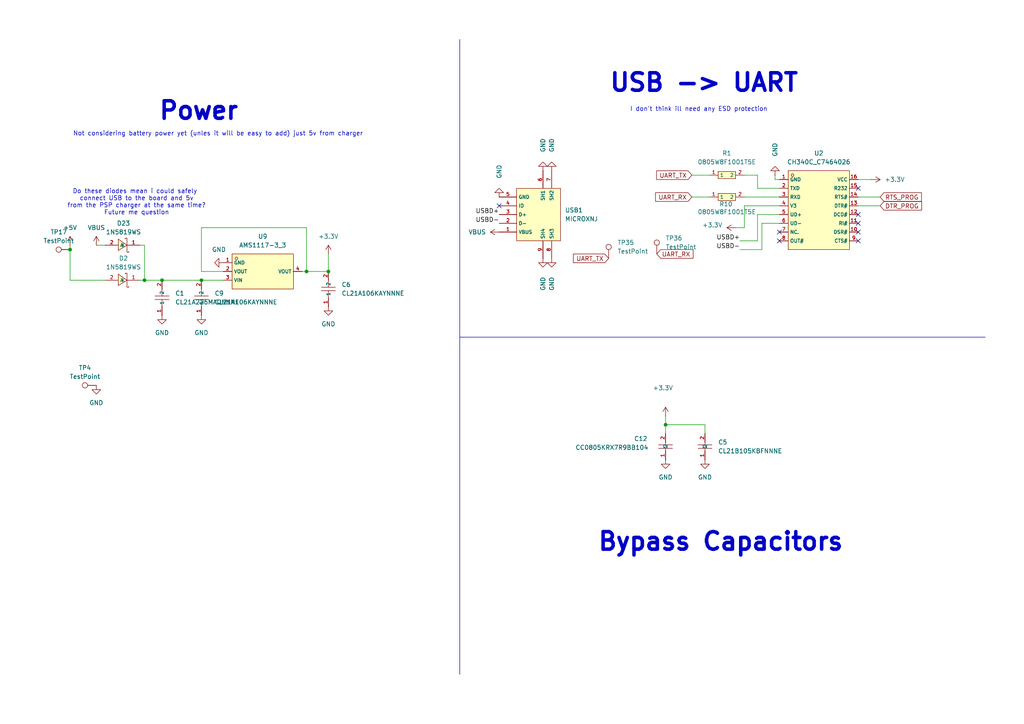
<source format=kicad_sch>
(kicad_sch (version 20231120) (generator "eeschema") (generator_version "8.0")
  (paper "A4")
  (title_block (title "PSP-Bluetooth") (date "2024-07-25") (rev "0.1") (comment 2 "https://github.com/ste2425/PSP-Bluetooth") (comment 4 "UNDER REVIEW - SUBJECT TO CHANGE"))
  (lib_symbols
    (symbol "Connector:TestPoint" (pin_numbers hide) (pin_names (offset 0.762) hide)
      (property "Reference" "TP" (at 0 6.858 0))
      (property "Value" "TestPoint" (at 0 5.08 0))
      (symbol "TestPoint_0_1"
        (circle (center 0 3.302) (radius 0.762))
      )
      (symbol "TestPoint_1_1"
        (pin passive line (at 0 0 90) (length 2.54) (name "1") (number "1"))
      )
    )
    (symbol "JLCPCB_schematic:0805W8F1001T5E"
      (property "Reference" "R" (at 0 1.27 0))
      (property "Value" "0805W8F1001T5E" (at 0 -2.54 0))
      (symbol "0805W8F1001T5E_0_1"
        (rectangle (start -2.54 1.016) (end 2.54 -1.016) (fill (type background)))
        (pin input line (at -5.08 0 0) (length 2.54) (name "1") (number "1"))
        (pin input line (at 5.08 0 180) (length 2.54) (name "2") (number "2"))
      )
    )
    (symbol "JLCPCB_schematic:1N5819WS"
      (property "Reference" "D" (at 0 1.27 0))
      (property "Value" "1N5819WS" (at 0 -2.54 0))
      (symbol "1N5819WS_0_1"
        (polyline (pts (xy -1.27 0) (xy -1.27 -2.032) (xy -0.762 -2.032) (xy -0.762 -1.778)))
        (polyline (pts (xy -1.27 0) (xy -1.27 2.032) (xy -1.778 2.032) (xy -1.778 1.778)))
        (polyline (pts (xy 1.27 1.524) (xy -1.27 0) (xy 1.27 -1.778) (xy 1.27 1.524)) (fill (type background)))
        (pin unspecified line (at -5.08 0 0) (length 3.81) (name "K") (number "1"))
        (pin unspecified line (at 5.08 0 180) (length 3.81) (name "A") (number "2"))
      )
    )
    (symbol "JLCPCB_schematic:AMS1117-3_3"
      (property "Reference" "U" (at 0 1.27 0))
      (property "Value" "AMS1117-3_3" (at 0 -2.54 0))
      (symbol "AMS1117-3_3_0_1"
        (rectangle (start -8.89 5.08) (end 8.89 -5.08) (fill (type background)))
        (circle (center -7.62 3.81) (radius 0.381) (fill (type background)))
        (pin unspecified line (at -11.43 2.54 0) (length 2.54) (name "GND") (number "1"))
        (pin unspecified line (at -11.43 0 0) (length 2.54) (name "VOUT") (number "2"))
        (pin unspecified line (at -11.43 -2.54 0) (length 2.54) (name "VIN") (number "3"))
        (pin unspecified line (at 11.43 0 180) (length 2.54) (name "VOUT") (number "4"))
      )
    )
    (symbol "JLCPCB_schematic:CC0805KRX7R9BB104"
      (property "Reference" "C" (at 0 1.27 0))
      (property "Value" "CC0805KRX7R9BB104" (at 0 -2.54 0))
      (symbol "CC0805KRX7R9BB104_0_1"
        (polyline (pts (xy -1.27 0) (xy -0.508 0)))
        (polyline (pts (xy -0.508 2.032) (xy -0.508 -2.032)))
        (polyline (pts (xy 0.508 0) (xy 1.27 0)))
        (polyline (pts (xy 0.508 2.032) (xy 0.508 -2.032)))
        (pin input line (at -3.81 0 0) (length 2.54) (name "1") (number "1"))
        (pin input line (at 3.81 0 180) (length 2.54) (name "2") (number "2"))
      )
    )
    (symbol "JLCPCB_schematic:CH340C_C7464026"
      (property "Reference" "U" (at 0 1.27 0))
      (property "Value" "CH340C_C7464026" (at 0 -2.54 0))
      (symbol "CH340C_C7464026_0_1"
        (rectangle (start -8.89 11.43) (end 8.89 -11.43) (fill (type background)))
        (circle (center -7.62 10.16) (radius 0.381) (fill (type background)))
        (pin unspecified line (at -11.43 8.89 0) (length 2.54) (name "GND") (number "1"))
        (pin unspecified line (at 11.43 -6.35 180) (length 2.54) (name "DSR#") (number "10"))
        (pin unspecified line (at 11.43 -3.81 180) (length 2.54) (name "RI#") (number "11"))
        (pin unspecified line (at 11.43 -1.27 180) (length 2.54) (name "DCD#") (number "12"))
        (pin unspecified line (at 11.43 1.27 180) (length 2.54) (name "DTR#") (number "13"))
        (pin unspecified line (at 11.43 3.81 180) (length 2.54) (name "RTS#") (number "14"))
        (pin unspecified line (at 11.43 6.35 180) (length 2.54) (name "R232") (number "15"))
        (pin unspecified line (at 11.43 8.89 180) (length 2.54) (name "VCC") (number "16"))
        (pin unspecified line (at -11.43 6.35 0) (length 2.54) (name "TXD") (number "2"))
        (pin unspecified line (at -11.43 3.81 0) (length 2.54) (name "RXD") (number "3"))
        (pin unspecified line (at -11.43 1.27 0) (length 2.54) (name "V3") (number "4"))
        (pin unspecified line (at -11.43 -1.27 0) (length 2.54) (name "UD+") (number "5"))
        (pin unspecified line (at -11.43 -3.81 0) (length 2.54) (name "UD-") (number "6"))
        (pin unspecified line (at -11.43 -6.35 0) (length 2.54) (name "NC.") (number "7"))
        (pin unspecified line (at -11.43 -8.89 0) (length 2.54) (name "OUT#") (number "8"))
        (pin unspecified line (at 11.43 -8.89 180) (length 2.54) (name "CTS#") (number "9"))
      )
    )
    (symbol "JLCPCB_schematic:CL21A106KAYNNNE"
      (property "Reference" "C" (at 0 1.27 0))
      (property "Value" "CL21A106KAYNNNE" (at 0 -2.54 0))
      (symbol "CL21A106KAYNNNE_0_1"
        (polyline (pts (xy -0.508 -2.032) (xy -0.508 2.032)))
        (polyline (pts (xy -0.508 0) (xy -2.54 0)))
        (polyline (pts (xy 0.508 2.032) (xy 0.508 -2.032)))
        (polyline (pts (xy 2.54 0) (xy 0.508 0)))
        (pin unspecified line (at -5.08 0 0) (length 2.54) (name "1") (number "1"))
        (pin unspecified line (at 5.08 0 180) (length 2.54) (name "2") (number "2"))
      )
    )
    (symbol "JLCPCB_schematic:CL21A226MAQNNNE"
      (property "Reference" "C" (at 0 1.27 0))
      (property "Value" "CL21A226MAQNNNE" (at 0 -2.54 0))
      (symbol "CL21A226MAQNNNE_0_1"
        (polyline (pts (xy -0.508 -2.032) (xy -0.508 2.032)))
        (polyline (pts (xy -0.508 0) (xy -2.54 0)))
        (polyline (pts (xy 0.508 2.032) (xy 0.508 -2.032)))
        (polyline (pts (xy 2.54 0) (xy 0.508 0)))
        (pin unspecified line (at -5.08 0 0) (length 2.54) (name "1") (number "1"))
        (pin unspecified line (at 5.08 0 180) (length 2.54) (name "2") (number "2"))
      )
    )
    (symbol "JLCPCB_schematic:CL21B105KBFNNNE"
      (property "Reference" "C" (at 0 1.27 0))
      (property "Value" "CL21B105KBFNNNE" (at 0 -2.54 0))
      (symbol "CL21B105KBFNNNE_0_1"
        (polyline (pts (xy -1.27 0) (xy -0.508 0)))
        (polyline (pts (xy -0.508 2.032) (xy -0.508 -2.032)))
        (polyline (pts (xy 0.508 0) (xy 1.27 0)))
        (polyline (pts (xy 0.508 2.032) (xy 0.508 -2.032)))
        (pin input line (at -3.81 0 0) (length 2.54) (name "1") (number "1"))
        (pin input line (at 3.81 0 180) (length 2.54) (name "2") (number "2"))
      )
    )
    (symbol "JLCPCB_schematic:MICROXNJ"
      (property "Reference" "USB" (at 0 1.27 0))
      (property "Value" "MICROXNJ" (at 0 -2.54 0))
      (symbol "MICROXNJ_0_1"
        (rectangle (start -5.08 7.62) (end 7.62 -7.62) (fill (type background)))
        (pin unspecified line (at -10.16 -5.08 0) (length 5.08) (name "VBUS") (number "1"))
        (pin unspecified line (at -10.16 -2.54 0) (length 5.08) (name "D-") (number "2"))
        (pin unspecified line (at -10.16 0 0) (length 5.08) (name "D+") (number "3"))
        (pin unspecified line (at -10.16 2.54 0) (length 5.08) (name "ID") (number "4"))
        (pin unspecified line (at -10.16 5.08 0) (length 5.08) (name "GND") (number "5"))
        (pin unspecified line (at 2.54 12.7 270) (length 5.08) (name "SH1") (number "6"))
        (pin unspecified line (at 5.08 12.7 270) (length 5.08) (name "SH2") (number "7"))
        (pin unspecified line (at 5.08 -12.7 90) (length 5.08) (name "SH3") (number "8"))
        (pin unspecified line (at 2.54 -12.7 90) (length 5.08) (name "SH4") (number "9"))
      )
    )
    (symbol "power:+3.3V" (power) (pin_numbers hide) (pin_names (offset 0) hide)
      (property "Value" "+3.3V" (at 0 3.556 0))
      (symbol "+3.3V_0_1"
        (polyline (pts (xy -0.762 1.27) (xy 0 2.54)))
        (polyline (pts (xy 0 0) (xy 0 2.54)))
        (polyline (pts (xy 0 2.54) (xy 0.762 1.27)))
      )
      (symbol "+3.3V_1_1"
        (pin power_in line (at 0 0 90) (length 0) (name "~") (number "1"))
      )
    )
    (symbol "power:+5V" (power) (pin_numbers hide) (pin_names (offset 0) hide)
      (property "Value" "+5V" (at 0 3.556 0))
      (symbol "+5V_0_1"
        (polyline (pts (xy -0.762 1.27) (xy 0 2.54)))
        (polyline (pts (xy 0 0) (xy 0 2.54)))
        (polyline (pts (xy 0 2.54) (xy 0.762 1.27)))
      )
      (symbol "+5V_1_1"
        (pin power_in line (at 0 0 90) (length 0) (name "~") (number "1"))
      )
    )
    (symbol "power:GND" (power) (pin_numbers hide) (pin_names (offset 0) hide)
      (property "Value" "GND" (at 0 -3.81 0))
      (symbol "GND_0_1"
        (polyline (pts (xy 0 0) (xy 0 -1.27) (xy 1.27 -1.27) (xy 0 -2.54) (xy -1.27 -1.27) (xy 0 -1.27)))
      )
      (symbol "GND_1_1"
        (pin power_in line (at 0 0 270) (length 0) (name "~") (number "1"))
      )
    )
    (symbol "power:VBUS" (power) (pin_numbers hide) (pin_names (offset 0) hide)
      (property "Value" "VBUS" (at 0 3.556 0))
      (symbol "VBUS_0_1"
        (polyline (pts (xy -0.762 1.27) (xy 0 2.54)))
        (polyline (pts (xy 0 0) (xy 0 2.54)))
        (polyline (pts (xy 0 2.54) (xy 0.762 1.27)))
      )
      (symbol "VBUS_1_1"
        (pin power_in line (at 0 0 90) (length 0) (name "~") (number "1"))
      )
    )
  )
  (junction (at 46.99 81.28))
  (junction (at 95.25 78.74))
  (junction (at 88.9 78.74))
  (junction (at 41.91 81.28))
  (junction (at 58.42 81.28))
  (junction (at 20.32 72.39))
  (junction (at 193.04 123.19))
  (no_connect (at 226.06 69.85))
  (no_connect (at 144.78 59.69))
  (no_connect (at 226.06 67.31))
  (no_connect (at 248.92 67.31))
  (no_connect (at 248.92 62.23))
  (no_connect (at 248.92 64.77))
  (no_connect (at 248.92 69.85))
  (no_connect (at 248.92 54.61))
  (wire (pts (xy 220.98 64.77) (xy 226.06 64.77)))
  (wire (pts (xy 200.66 57.15) (xy 205.74 57.15)))
  (wire (pts (xy 214.63 72.39) (xy 220.98 72.39)))
  (wire (pts (xy 215.9 59.69) (xy 226.06 59.69)))
  (wire (pts (xy 248.92 59.69) (xy 255.27 59.69)))
  (wire (pts (xy 219.71 69.85) (xy 219.71 62.23)))
  (wire (pts (xy 214.63 69.85) (xy 219.71 69.85)))
  (wire (pts (xy 200.66 50.8) (xy 205.74 50.8)))
  (wire (pts (xy 41.91 71.12) (xy 41.91 81.28)))
  (polyline (pts (xy 133.35 97.79) (xy 285.75 97.79)))
  (wire (pts (xy 41.91 81.28) (xy 46.99 81.28)))
  (wire (pts (xy 27.94 71.12) (xy 30.48 71.12)))
  (wire (pts (xy 58.42 78.74) (xy 58.42 66.04)))
  (wire (pts (xy 46.99 81.28) (xy 58.42 81.28)))
  (wire (pts (xy 215.9 57.15) (xy 226.06 57.15)))
  (wire (pts (xy 204.47 125.73) (xy 204.47 123.19)))
  (wire (pts (xy 193.04 120.65) (xy 193.04 123.19)))
  (wire (pts (xy 248.92 52.07) (xy 252.73 52.07)))
  (wire (pts (xy 219.71 62.23) (xy 226.06 62.23)))
  (wire (pts (xy 219.71 54.61) (xy 226.06 54.61)))
  (wire (pts (xy 248.92 57.15) (xy 255.27 57.15)))
  (wire (pts (xy 219.71 50.8) (xy 219.71 54.61)))
  (wire (pts (xy 20.32 81.28) (xy 30.48 81.28)))
  (wire (pts (xy 88.9 66.04) (xy 88.9 78.74)))
  (wire (pts (xy 88.9 78.74) (xy 95.25 78.74)))
  (wire (pts (xy 58.42 81.28) (xy 64.77 81.28)))
  (wire (pts (xy 213.36 66.04) (xy 215.9 66.04)))
  (wire (pts (xy 40.64 71.12) (xy 41.91 71.12)))
  (wire (pts (xy 224.79 52.07) (xy 226.06 52.07)))
  (polyline (pts (xy 133.35 11.43) (xy 133.35 195.58)))
  (wire (pts (xy 95.25 73.66) (xy 95.25 78.74)))
  (wire (pts (xy 40.64 81.28) (xy 41.91 81.28)))
  (wire (pts (xy 58.42 66.04) (xy 88.9 66.04)))
  (wire (pts (xy 215.9 66.04) (xy 215.9 59.69)))
  (wire (pts (xy 204.47 123.19) (xy 193.04 123.19)))
  (wire (pts (xy 64.77 78.74) (xy 58.42 78.74)))
  (wire (pts (xy 193.04 123.19) (xy 193.04 125.73)))
  (wire (pts (xy 215.9 50.8) (xy 219.71 50.8)))
  (wire (pts (xy 224.79 50.8) (xy 224.79 52.07)))
  (wire (pts (xy 20.32 72.39) (xy 20.32 81.28)))
  (wire (pts (xy 20.32 71.12) (xy 20.32 72.39)))
  (wire (pts (xy 220.98 72.39) (xy 220.98 64.77)))
  (wire (pts (xy 87.63 78.74) (xy 88.9 78.74)))
  (text "Bypass Capacitors" (at 209.042 157.226 0) (effects (font (size 5.08 5.08) (bold yes))))
  (text "Power" (at 57.658 32.258 0) (effects (font (size 5.08 5.08) (bold yes))))
  (text "Not considering battery power yet (unles it will be easy to add) just 5v from charger" (at 63.246 38.862 0) (effects (font (size 1.27 1.27))))
  (text "Do these diodes mean i could safely \nconnect USB to the board and 5v\nfrom the PSP charger at the same time?\nFuture me question" (at 39.624 58.674 0) (effects (font (size 1.27 1.27))))
  (text "I don't think ill need any ESD protection" (at 202.692 31.75 0) (effects (font (size 1.27 1.27))))
  (text "USB -> UART" (at 204.216 24.13 0) (effects (font (size 5.08 5.08) (bold yes))))
  (label "USBD+" (at 214.63 69.85 180))
  (label "USBD+" (at 144.78 62.23 180))
  (label "USBD-" (at 144.78 64.77 180))
  (label "USBD-" (at 214.63 72.39 180))
  (global_label "UART_RX" (shape input) (at 200.66 57.15 180) (property "Intersheetrefs" "${INTERSHEET_REFS}" (effects (hide yes))))
  (global_label "RTS_PROG" (shape input) (at 255.27 57.15 0) (property "Intersheetrefs" "${INTERSHEET_REFS}" (effects (hide yes))))
  (global_label "DTR_PROG" (shape input) (at 255.27 59.69 0) (property "Intersheetrefs" "${INTERSHEET_REFS}" (effects (hide yes))))
  (global_label "UART_TX" (shape input) (at 200.66 50.8 180) (property "Intersheetrefs" "${INTERSHEET_REFS}" (effects (hide yes))))
  (global_label "UART_RX" (shape input) (at 190.5 73.66 0) (property "Intersheetrefs" "${INTERSHEET_REFS}" (effects (hide yes))))
  (global_label "UART_TX" (shape input) (at 176.53 74.93 180) (property "Intersheetrefs" "${INTERSHEET_REFS}" (effects (hide yes))))
  (symbol (lib_id "power:GND") (at 144.78 57.15 180) (unit 1)
    (property "Reference" "#PWR013" (effects (hide yes)))
    (property "Value" "GND" (at 144.78 51.816 90) (effects (justify right)))
    (property "Description" "Power symbol creates a global label with name \"GND\" , ground" (effects (hide yes)))
  )
  (symbol (lib_id "power:GND") (at 160.02 74.93 0) (unit 1)
    (property "Reference" "#PWR032" (effects (hide yes)))
    (property "Value" "GND" (at 160.02 80.264 90) (effects (justify right)))
    (property "Description" "Power symbol creates a global label with name \"GND\" , ground" (effects (hide yes)))
  )
  (symbol (lib_id "Connector:TestPoint") (at 20.32 72.39 90) (unit 1)
    (property "Reference" "TP17" (at 17.018 67.31 90))
    (property "Value" "TestPoint" (at 17.018 69.85 90))
    (property "Footprint" "TestPoint:TestPoint_Pad_2.0x2.0mm" (effects (hide yes)))
    (property "Description" "test point" (effects (hide yes)))
  )
  (symbol (lib_id "Connector:TestPoint") (at 27.94 111.76 90) (unit 1)
    (property "Reference" "TP4" (at 24.638 106.68 90))
    (property "Value" "TestPoint" (at 24.638 109.22 90))
    (property "Footprint" "TestPoint:TestPoint_Pad_2.0x2.0mm" (effects (hide yes)))
    (property "Description" "test point" (effects (hide yes)))
  )
  (symbol (lib_id "JLCPCB_schematic:0805W8F1001T5E") (at 210.82 50.8 0) (unit 1)
    (property "Reference" "R1" (at 210.82 44.45 0))
    (property "Value" "0805W8F1001T5E" (at 210.82 46.99 0))
    (property "Footprint" "JLCPCB_footprint:R0805" (effects (hide yes)))
    (property "Datasheet" "https://item.szlcsc.com/142685.html" (effects (hide yes)))
    (property "Description" "1K" (effects (hide yes)))
    (property "LCSC" "C17513" (effects (hide yes)))
  )
  (symbol (lib_id "JLCPCB_schematic:1N5819WS") (at 35.56 71.12 180) (unit 1)
    (property "Reference" "D23" (at 35.814 64.77 0))
    (property "Value" "1N5819WS" (at 35.814 67.31 0))
    (property "Footprint" "JLCPCB_footprint:SOD-323_L1.8-W1.3-LS2.5-RD" (effects (hide yes)))
    (property "Datasheet" "https://item.szlcsc.com/295156.html" (effects (hide yes)))
    (property "Description" "shotkey diode" (effects (hide yes)))
    (property "LCSC" "C191023" (effects (hide yes)))
  )
  (symbol (lib_id "JLCPCB_schematic:CL21A226MAQNNNE") (at 46.99 86.36 90) (unit 1)
    (property "Reference" "C1" (at 50.8 85.0899 90) (effects (justify right)))
    (property "Value" "CL21A226MAQNNNE" (at 50.8 87.6299 90) (effects (justify right)))
    (property "Footprint" "JLCPCB_footprint:C0805" (effects (hide yes)))
    (property "Datasheet" "https://item.szlcsc.com/373011.html" (effects (hide yes)))
    (property "Description" "22uF" (effects (hide yes)))
    (property "LCSC" "C45783" (effects (hide yes)))
  )
  (symbol (lib_id "power:GND") (at 64.77 76.2 270) (unit 1)
    (property "Reference" "#PWR016" (effects (hide yes)))
    (property "Value" "GND" (at 63.5 72.39 90))
    (property "Description" "Power symbol creates a global label with name \"GND\" , ground" (effects (hide yes)))
  )
  (symbol (lib_id "JLCPCB_schematic:CC0805KRX7R9BB104") (at 193.04 129.54 90) (unit 1)
    (property "Reference" "C12" (at 183.896 127.254 90) (effects (justify right)))
    (property "Value" "CC0805KRX7R9BB104" (at 166.878 129.794 90) (effects (justify right)))
    (property "Footprint" "JLCPCB_footprint:C0805" (effects (hide yes)))
    (property "Datasheet" "https://item.szlcsc.com/373011.html" (effects (hide yes)))
    (property "Description" ".1uF" (effects (hide yes)))
    (property "LCSC" "C49678" (effects (hide yes)))
  )
  (symbol (lib_id "power:GND") (at 27.94 111.76 0) (unit 1)
    (property "Reference" "#PWR042" (effects (hide yes)))
    (property "Value" "GND" (at 27.94 116.84 0))
    (property "Description" "Power symbol creates a global label with name \"GND\" , ground" (effects (hide yes)))
  )
  (symbol (lib_id "power:+3.3V") (at 252.73 52.07 270) (unit 1)
    (property "Reference" "#PWR02" (effects (hide yes)))
    (property "Value" "+3.3V" (at 256.54 52.0699 90) (effects (justify left)))
    (property "Description" "Power symbol creates a global label with name \"+3.3V\"" (effects (hide yes)))
  )
  (symbol (lib_id "JLCPCB_schematic:CL21A106KAYNNNE") (at 95.25 83.82 90) (unit 1)
    (property "Reference" "C6" (at 99.06 82.5499 90) (effects (justify right)))
    (property "Value" "CL21A106KAYNNNE" (at 99.06 85.0899 90) (effects (justify right)))
    (property "Footprint" "JLCPCB_footprint:C0805" (effects (hide yes)))
    (property "Datasheet" "https://item.szlcsc.com/373011.html" (effects (hide yes)))
    (property "Description" "10uF" (effects (hide yes)))
    (property "LCSC" "C15850" (effects (hide yes)))
  )
  (symbol (lib_id "power:GND") (at 204.47 133.35 0) (unit 1)
    (property "Reference" "#PWR023" (effects (hide yes)))
    (property "Value" "GND" (at 204.47 138.43 0))
    (property "Description" "Power symbol creates a global label with name \"GND\" , ground" (effects (hide yes)))
  )
  (symbol (lib_id "JLCPCB_schematic:0805W8F1001T5E") (at 210.82 57.15 0) (unit 1)
    (property "Reference" "R10" (at 210.566 59.182 0))
    (property "Value" "0805W8F1001T5E" (at 210.82 61.468 0))
    (property "Footprint" "JLCPCB_footprint:R0805" (effects (hide yes)))
    (property "Datasheet" "https://item.szlcsc.com/142685.html" (effects (hide yes)))
    (property "Description" "1K" (effects (hide yes)))
    (property "LCSC" "C17513" (effects (hide yes)))
  )
  (symbol (lib_id "power:+3.3V") (at 193.04 120.65 0) (unit 1)
    (property "Reference" "#PWR021" (effects (hide yes)))
    (property "Value" "+3.3V" (at 192.278 112.522 0))
    (property "Description" "Power symbol creates a global label with name \"+3.3V\"" (effects (hide yes)))
  )
  (symbol (lib_id "power:GND") (at 157.48 49.53 180) (unit 1)
    (property "Reference" "#PWR029" (effects (hide yes)))
    (property "Value" "GND" (at 157.48 44.196 90) (effects (justify right)))
    (property "Description" "Power symbol creates a global label with name \"GND\" , ground" (effects (hide yes)))
  )
  (symbol (lib_id "power:+3.3V") (at 213.36 66.04 90) (unit 1)
    (property "Reference" "#PWR011" (effects (hide yes)))
    (property "Value" "+3.3V" (at 209.55 65.278 90) (effects (justify left)))
    (property "Description" "Power symbol creates a global label with name \"+3.3V\"" (effects (hide yes)))
  )
  (symbol (lib_id "JLCPCB_schematic:CH340C_C7464026") (at 237.49 60.96 0) (unit 1)
    (property "Reference" "U2" (at 237.49 44.45 0))
    (property "Value" "CH340C_C7464026" (at 237.49 46.99 0))
    (property "Footprint" "JLCPCB_footprint:SOP-16_L10.0-W3.9-P1.27-LS6.0-BL" (effects (hide yes)))
    (property "Datasheet" "https://item.szlcsc.com/391677.html" (effects (hide yes)))
    (property "Description" "USB -> UART" (effects (hide yes)))
    (property "LCSC" "C7464026" (effects (hide yes)))
  )
  (symbol (lib_id "power:VBUS") (at 144.78 67.31 90) (unit 1)
    (property "Reference" "#PWR014" (effects (hide yes)))
    (property "Value" "VBUS" (at 140.97 67.3099 90) (effects (justify left)))
    (property "Description" "Power symbol creates a global label with name \"VBUS\"" (effects (hide yes)))
  )
  (symbol (lib_id "power:GND") (at 157.48 74.93 0) (unit 1)
    (property "Reference" "#PWR033" (effects (hide yes)))
    (property "Value" "GND" (at 157.48 80.264 90) (effects (justify right)))
    (property "Description" "Power symbol creates a global label with name \"GND\" , ground" (effects (hide yes)))
  )
  (symbol (lib_id "JLCPCB_schematic:CL21A106KAYNNNE") (at 58.42 86.36 90) (unit 1)
    (property "Reference" "C9" (at 62.23 85.0899 90) (effects (justify right)))
    (property "Value" "CL21A106KAYNNNE" (at 62.23 87.6299 90) (effects (justify right)))
    (property "Footprint" "JLCPCB_footprint:C0805" (effects (hide yes)))
    (property "Datasheet" "https://item.szlcsc.com/373011.html" (effects (hide yes)))
    (property "Description" "10uF" (effects (hide yes)))
    (property "LCSC" "C15850" (effects (hide yes)))
  )
  (symbol (lib_id "power:GND") (at 160.02 49.53 180) (unit 1)
    (property "Reference" "#PWR028" (effects (hide yes)))
    (property "Value" "GND" (at 160.02 44.196 90) (effects (justify right)))
    (property "Description" "Power symbol creates a global label with name \"GND\" , ground" (effects (hide yes)))
  )
  (symbol (lib_id "power:GND") (at 58.42 91.44 0) (unit 1)
    (property "Reference" "#PWR010" (effects (hide yes)))
    (property "Value" "GND" (at 58.42 96.52 0))
    (property "Description" "Power symbol creates a global label with name \"GND\" , ground" (effects (hide yes)))
  )
  (symbol (lib_id "JLCPCB_schematic:CL21B105KBFNNNE") (at 204.47 129.54 90) (unit 1)
    (property "Reference" "C5" (at 208.28 128.2699 90) (effects (justify right)))
    (property "Value" "CL21B105KBFNNNE" (at 208.28 130.8099 90) (effects (justify right)))
    (property "Footprint" "JLCPCB_footprint:C0805" (effects (hide yes)))
    (property "Datasheet" "https://item.szlcsc.com/373011.html" (effects (hide yes)))
    (property "Description" "1uF" (effects (hide yes)))
    (property "LCSC" "C28323" (effects (hide yes)))
  )
  (symbol (lib_id "power:GND") (at 224.79 50.8 180) (unit 1)
    (property "Reference" "#PWR01" (effects (hide yes)))
    (property "Value" "GND" (at 224.79 45.466 90) (effects (justify right)))
    (property "Description" "Power symbol creates a global label with name \"GND\" , ground" (effects (hide yes)))
  )
  (symbol (lib_id "power:GND") (at 193.04 133.35 0) (unit 1)
    (property "Reference" "#PWR022" (effects (hide yes)))
    (property "Value" "GND" (at 193.04 138.43 0))
    (property "Description" "Power symbol creates a global label with name \"GND\" , ground" (effects (hide yes)))
  )
  (symbol (lib_id "power:VBUS") (at 27.94 71.12 0) (unit 1)
    (property "Reference" "#PWR08" (effects (hide yes)))
    (property "Value" "VBUS" (at 27.94 66.04 0))
    (property "Description" "Power symbol creates a global label with name \"VBUS\"" (effects (hide yes)))
  )
  (symbol (lib_id "power:+3.3V") (at 95.25 73.66 0) (unit 1)
    (property "Reference" "#PWR017" (effects (hide yes)))
    (property "Value" "+3.3V" (at 95.25 68.58 0))
    (property "Description" "Power symbol creates a global label with name \"+3.3V\"" (effects (hide yes)))
  )
  (symbol (lib_id "JLCPCB_schematic:MICROXNJ") (at 154.94 62.23 0) (unit 1)
    (property "Reference" "USB1" (at 163.83 60.9599 0) (effects (justify left)))
    (property "Value" "MICROXNJ" (at 163.83 63.4999 0) (effects (justify left)))
    (property "Footprint" "JLCPCB_footprint:MICRO-USB-SMD_MICROXNJ" (effects (hide yes)))
    (property "Datasheet" "https://item.szlcsc.com/392534.html" (effects (hide yes)))
    (property "Description" "micro usb" (effects (hide yes)))
    (property "LCSC" "C404969" (effects (hide yes)))
  )
  (symbol (lib_id "Connector:TestPoint") (at 176.53 74.93 0) (unit 1)
    (property "Reference" "TP35" (at 179.07 70.3579 0) (effects (justify left)))
    (property "Value" "TestPoint" (at 179.07 72.8979 0) (effects (justify left)))
    (property "Footprint" "TestPoint:TestPoint_Pad_1.5x1.5mm" (effects (hide yes)))
    (property "Description" "test point" (effects (hide yes)))
  )
  (symbol (lib_id "power:GND") (at 46.99 91.44 0) (unit 1)
    (property "Reference" "#PWR09" (effects (hide yes)))
    (property "Value" "GND" (at 46.99 96.52 0))
    (property "Description" "Power symbol creates a global label with name \"GND\" , ground" (effects (hide yes)))
  )
  (symbol (lib_id "Connector:TestPoint") (at 190.5 73.66 0) (unit 1)
    (property "Reference" "TP36" (at 193.04 69.0879 0) (effects (justify left)))
    (property "Value" "TestPoint" (at 193.04 71.6279 0) (effects (justify left)))
    (property "Footprint" "TestPoint:TestPoint_Pad_1.5x1.5mm" (effects (hide yes)))
    (property "Description" "test point" (effects (hide yes)))
  )
  (symbol (lib_id "power:GND") (at 95.25 88.9 0) (unit 1)
    (property "Reference" "#PWR018" (effects (hide yes)))
    (property "Value" "GND" (at 95.25 93.98 0))
    (property "Description" "Power symbol creates a global label with name \"GND\" , ground" (effects (hide yes)))
  )
  (symbol (lib_id "JLCPCB_schematic:AMS1117-3_3") (at 76.2 78.74 0) (unit 1)
    (property "Reference" "U9" (at 76.2 68.58 0))
    (property "Value" "AMS1117-3_3" (at 76.2 71.12 0))
    (property "Footprint" "JLCPCB_footprint:SOT-223-3_L6.5-W3.4-P2.30-LS7.0-BR" (effects (hide yes)))
    (property "Datasheet" "https://item.szlcsc.com/410724.html" (effects (hide yes)))
    (property "LCSC" "C6186" (effects (hide yes)))
  )
  (symbol (lib_id "power:+5V") (at 20.32 71.12 0) (unit 1)
    (property "Reference" "#PWR07" (effects (hide yes)))
    (property "Value" "+5V" (at 20.32 66.04 0))
    (property "Description" "Power symbol creates a global label with name \"+5V\"" (effects (hide yes)))
  )
  (symbol (lib_id "JLCPCB_schematic:1N5819WS") (at 35.56 81.28 180) (unit 1)
    (property "Reference" "D2" (at 35.814 74.93 0))
    (property "Value" "1N5819WS" (at 35.814 77.47 0))
    (property "Footprint" "JLCPCB_footprint:SOD-323_L1.8-W1.3-LS2.5-RD" (effects (hide yes)))
    (property "Datasheet" "https://item.szlcsc.com/295156.html" (effects (hide yes)))
    (property "Description" "shotkey diode" (effects (hide yes)))
    (property "LCSC" "C191023" (effects (hide yes)))
  )
)
</source>
